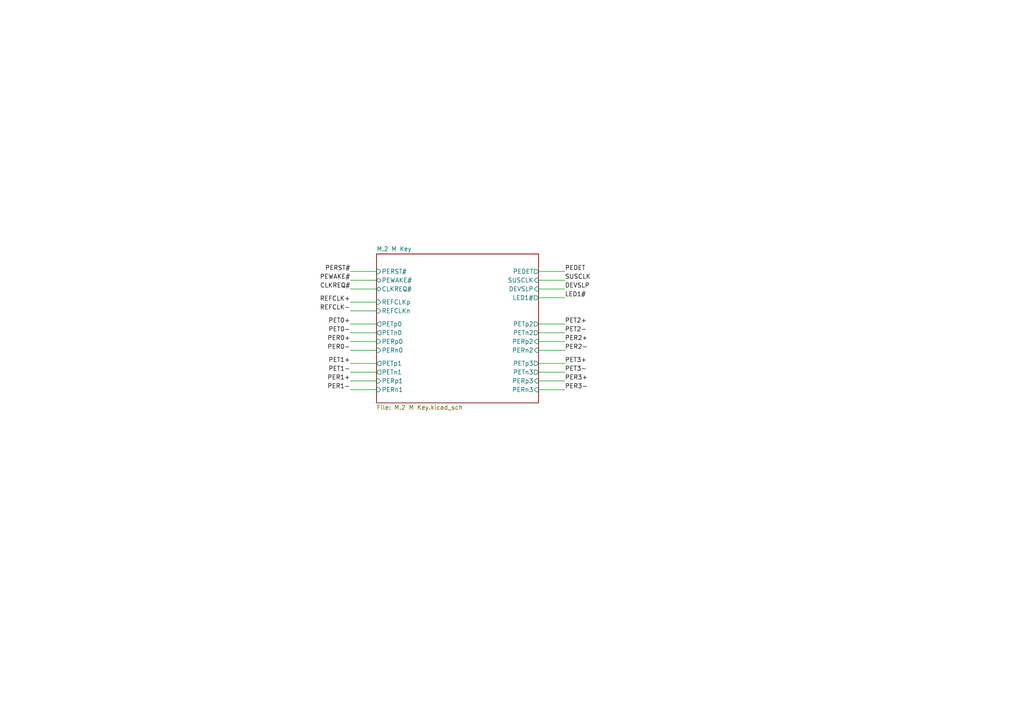
<source format=kicad_sch>
(kicad_sch
	(version 20250114)
	(generator "eeschema")
	(generator_version "9.0")
	(uuid "ffa4ea8c-f120-443b-b9ae-648b6f790dec")
	(paper "A4")
	(lib_symbols)
	(wire
		(pts
			(xy 101.6 105.41) (xy 109.22 105.41)
		)
		(stroke
			(width 0)
			(type default)
		)
		(uuid "0250415f-edb3-4813-9535-37364e85f8ea")
	)
	(wire
		(pts
			(xy 101.6 107.95) (xy 109.22 107.95)
		)
		(stroke
			(width 0)
			(type default)
		)
		(uuid "105123e2-c7b6-465a-a99a-0107aa581373")
	)
	(wire
		(pts
			(xy 156.21 107.95) (xy 163.83 107.95)
		)
		(stroke
			(width 0)
			(type default)
		)
		(uuid "138dac8f-ecbb-4d47-aa93-2e0be1053438")
	)
	(wire
		(pts
			(xy 101.6 113.03) (xy 109.22 113.03)
		)
		(stroke
			(width 0)
			(type default)
		)
		(uuid "2791f14c-8061-4def-8f61-efe2addd6572")
	)
	(wire
		(pts
			(xy 101.6 110.49) (xy 109.22 110.49)
		)
		(stroke
			(width 0)
			(type default)
		)
		(uuid "2f7d3098-b8d3-40fd-bade-24aa7febb10e")
	)
	(wire
		(pts
			(xy 101.6 93.98) (xy 109.22 93.98)
		)
		(stroke
			(width 0)
			(type default)
		)
		(uuid "38badcb6-3bf8-4568-b0aa-dfb9291fe691")
	)
	(wire
		(pts
			(xy 156.21 99.06) (xy 163.83 99.06)
		)
		(stroke
			(width 0)
			(type default)
		)
		(uuid "3bf3ea7d-1902-4288-9eed-d2f5c26c6c3c")
	)
	(wire
		(pts
			(xy 101.6 96.52) (xy 109.22 96.52)
		)
		(stroke
			(width 0)
			(type default)
		)
		(uuid "461227af-fa24-4933-99e5-3ef5f38aef65")
	)
	(wire
		(pts
			(xy 156.21 78.74) (xy 163.83 78.74)
		)
		(stroke
			(width 0)
			(type default)
		)
		(uuid "4f31db53-70bc-4fad-a051-cf19ae00fdd5")
	)
	(wire
		(pts
			(xy 101.6 101.6) (xy 109.22 101.6)
		)
		(stroke
			(width 0)
			(type default)
		)
		(uuid "50bbb06b-3ca7-4b24-b56b-2eac297977b8")
	)
	(wire
		(pts
			(xy 156.21 96.52) (xy 163.83 96.52)
		)
		(stroke
			(width 0)
			(type default)
		)
		(uuid "57b7c678-64d2-4c54-aef1-c98494db481d")
	)
	(wire
		(pts
			(xy 101.6 81.28) (xy 109.22 81.28)
		)
		(stroke
			(width 0)
			(type default)
		)
		(uuid "68cfa816-583c-4565-9f82-328716325614")
	)
	(wire
		(pts
			(xy 156.21 81.28) (xy 163.83 81.28)
		)
		(stroke
			(width 0)
			(type default)
		)
		(uuid "71793e1a-f701-46f3-a1c3-874d468b11e2")
	)
	(wire
		(pts
			(xy 156.21 101.6) (xy 163.83 101.6)
		)
		(stroke
			(width 0)
			(type default)
		)
		(uuid "87925174-d1e5-4fe4-820b-a03130627271")
	)
	(wire
		(pts
			(xy 156.21 83.82) (xy 163.83 83.82)
		)
		(stroke
			(width 0)
			(type default)
		)
		(uuid "885c2cc4-8c42-42ef-889b-394bee73d0c2")
	)
	(wire
		(pts
			(xy 156.21 105.41) (xy 163.83 105.41)
		)
		(stroke
			(width 0)
			(type default)
		)
		(uuid "9efce9a1-2b12-403a-ab44-c1117d35be1b")
	)
	(wire
		(pts
			(xy 101.6 90.17) (xy 109.22 90.17)
		)
		(stroke
			(width 0)
			(type default)
		)
		(uuid "a0fb2e3d-eb52-4ad4-b0ee-54de2f11e7c0")
	)
	(wire
		(pts
			(xy 101.6 87.63) (xy 109.22 87.63)
		)
		(stroke
			(width 0)
			(type default)
		)
		(uuid "b9b63819-3f1e-4426-a061-88a289e0312a")
	)
	(wire
		(pts
			(xy 156.21 93.98) (xy 163.83 93.98)
		)
		(stroke
			(width 0)
			(type default)
		)
		(uuid "c0baa019-1258-45fb-8ea7-155b415b83e7")
	)
	(wire
		(pts
			(xy 156.21 110.49) (xy 163.83 110.49)
		)
		(stroke
			(width 0)
			(type default)
		)
		(uuid "dadfee94-3f1f-4971-b71c-ea75af405bcc")
	)
	(wire
		(pts
			(xy 101.6 99.06) (xy 109.22 99.06)
		)
		(stroke
			(width 0)
			(type default)
		)
		(uuid "daee529c-3631-459e-a634-7e6a0bfb2778")
	)
	(wire
		(pts
			(xy 101.6 83.82) (xy 109.22 83.82)
		)
		(stroke
			(width 0)
			(type default)
		)
		(uuid "e72a98be-a093-45d7-bd76-ed0574c02122")
	)
	(wire
		(pts
			(xy 156.21 113.03) (xy 163.83 113.03)
		)
		(stroke
			(width 0)
			(type default)
		)
		(uuid "e99ce587-8a08-4538-a0fc-503abb03bfe2")
	)
	(wire
		(pts
			(xy 156.21 86.36) (xy 163.83 86.36)
		)
		(stroke
			(width 0)
			(type default)
		)
		(uuid "ea1cbd27-de68-4a92-90d9-296e22a1672e")
	)
	(wire
		(pts
			(xy 101.6 78.74) (xy 109.22 78.74)
		)
		(stroke
			(width 0)
			(type default)
		)
		(uuid "fde60848-1b1b-471e-ad3e-c6f78b6f2d34")
	)
	(label "PET1+"
		(at 101.6 105.41 180)
		(effects
			(font
				(size 1.27 1.27)
			)
			(justify right bottom)
		)
		(uuid "04f91b48-26dc-4002-9ae5-4da8a4e15c0a")
	)
	(label "PEWAKE#"
		(at 101.6 81.28 180)
		(effects
			(font
				(size 1.27 1.27)
			)
			(justify right bottom)
		)
		(uuid "054bfd38-d035-4a00-8cc4-ec33432c9ddb")
	)
	(label "CLKREQ#"
		(at 101.6 83.82 180)
		(effects
			(font
				(size 1.27 1.27)
			)
			(justify right bottom)
		)
		(uuid "0df84381-8723-4302-86f5-190aee7e703e")
	)
	(label "REFCLK-"
		(at 101.6 90.17 180)
		(effects
			(font
				(size 1.27 1.27)
			)
			(justify right bottom)
		)
		(uuid "1c2c74ed-6f4a-44cb-886b-85af719888f2")
	)
	(label "PET2-"
		(at 163.83 96.52 0)
		(effects
			(font
				(size 1.27 1.27)
			)
			(justify left bottom)
		)
		(uuid "29d932b0-6e01-47a0-a28b-f913174bd06b")
	)
	(label "PER0+"
		(at 101.6 99.06 180)
		(effects
			(font
				(size 1.27 1.27)
			)
			(justify right bottom)
		)
		(uuid "3e8a2991-98c3-4999-b5ce-08e35cf6f857")
	)
	(label "PER2+"
		(at 163.83 99.06 0)
		(effects
			(font
				(size 1.27 1.27)
			)
			(justify left bottom)
		)
		(uuid "4aa28743-8b00-401a-95bd-92909b86abbb")
	)
	(label "PET0+"
		(at 101.6 93.98 180)
		(effects
			(font
				(size 1.27 1.27)
			)
			(justify right bottom)
		)
		(uuid "4c42705d-d6f4-4092-b669-d691de3f5804")
	)
	(label "DEVSLP"
		(at 163.83 83.82 0)
		(effects
			(font
				(size 1.27 1.27)
			)
			(justify left bottom)
		)
		(uuid "4ca0d32a-e59f-4f1f-9fe1-6bf66ed74f82")
	)
	(label "PER2-"
		(at 163.83 101.6 0)
		(effects
			(font
				(size 1.27 1.27)
			)
			(justify left bottom)
		)
		(uuid "4cedfa96-ea65-4d32-b7d8-9fdfa2d41a59")
	)
	(label "SUSCLK"
		(at 163.83 81.28 0)
		(effects
			(font
				(size 1.27 1.27)
			)
			(justify left bottom)
		)
		(uuid "4e676226-e231-450f-a9b3-677cbfbb6eea")
	)
	(label "REFCLK+"
		(at 101.6 87.63 180)
		(effects
			(font
				(size 1.27 1.27)
			)
			(justify right bottom)
		)
		(uuid "566b9273-3fff-4540-b920-4535c7dd0a8e")
	)
	(label "PET2+"
		(at 163.83 93.98 0)
		(effects
			(font
				(size 1.27 1.27)
			)
			(justify left bottom)
		)
		(uuid "56798909-8aa0-4871-81f6-9f8b36488110")
	)
	(label "PER0-"
		(at 101.6 101.6 180)
		(effects
			(font
				(size 1.27 1.27)
			)
			(justify right bottom)
		)
		(uuid "7fb265ce-7630-4301-a27f-5ec185672bef")
	)
	(label "PER1-"
		(at 101.6 113.03 180)
		(effects
			(font
				(size 1.27 1.27)
			)
			(justify right bottom)
		)
		(uuid "8925b128-b14b-4793-9c07-be86aa1fa1b4")
	)
	(label "PEDET"
		(at 163.83 78.74 0)
		(effects
			(font
				(size 1.27 1.27)
			)
			(justify left bottom)
		)
		(uuid "970f2fc9-e99a-42f4-89db-114652b3224a")
	)
	(label "PET1-"
		(at 101.6 107.95 180)
		(effects
			(font
				(size 1.27 1.27)
			)
			(justify right bottom)
		)
		(uuid "9af17b35-a813-46da-baa9-9a4d347f7c22")
	)
	(label "PET0-"
		(at 101.6 96.52 180)
		(effects
			(font
				(size 1.27 1.27)
			)
			(justify right bottom)
		)
		(uuid "a17a7de1-068c-400e-9756-cc763cd53323")
	)
	(label "PER3-"
		(at 163.83 113.03 0)
		(effects
			(font
				(size 1.27 1.27)
			)
			(justify left bottom)
		)
		(uuid "afbd4fec-ca5f-490e-badd-464096e0cf9e")
	)
	(label "PER1+"
		(at 101.6 110.49 180)
		(effects
			(font
				(size 1.27 1.27)
			)
			(justify right bottom)
		)
		(uuid "b71a8d1a-db5e-4440-b098-847a933719c7")
	)
	(label "PERST#"
		(at 101.6 78.74 180)
		(effects
			(font
				(size 1.27 1.27)
			)
			(justify right bottom)
		)
		(uuid "c0ac118c-59f4-4d77-9165-f9e5d52ba001")
	)
	(label "PET3-"
		(at 163.83 107.95 0)
		(effects
			(font
				(size 1.27 1.27)
			)
			(justify left bottom)
		)
		(uuid "c423b8d6-8df3-4e58-a3f8-f729b23f4b51")
	)
	(label "PET3+"
		(at 163.83 105.41 0)
		(effects
			(font
				(size 1.27 1.27)
			)
			(justify left bottom)
		)
		(uuid "c51db19a-3176-4117-9138-d189f8fd0098")
	)
	(label "LED1#"
		(at 163.83 86.36 0)
		(effects
			(font
				(size 1.27 1.27)
			)
			(justify left bottom)
		)
		(uuid "d0491879-dc14-4b0c-ad37-a81b7e2e4004")
	)
	(label "PER3+"
		(at 163.83 110.49 0)
		(effects
			(font
				(size 1.27 1.27)
			)
			(justify left bottom)
		)
		(uuid "e2169b09-d196-4c06-93d6-0626bd22ce32")
	)
	(sheet
		(at 109.22 73.66)
		(size 46.99 43.18)
		(exclude_from_sim no)
		(in_bom yes)
		(on_board yes)
		(dnp no)
		(fields_autoplaced yes)
		(stroke
			(width 0.1524)
			(type solid)
		)
		(fill
			(color 0 0 0 0.0000)
		)
		(uuid "e76ae136-46aa-4390-a3fe-6a05f8ebf881")
		(property "Sheetname" "M.2 M Key"
			(at 109.22 72.9484 0)
			(effects
				(font
					(size 1.27 1.27)
				)
				(justify left bottom)
			)
		)
		(property "Sheetfile" "M.2 M Key.kicad_sch"
			(at 109.22 117.4246 0)
			(effects
				(font
					(size 1.27 1.27)
				)
				(justify left top)
			)
		)
		(pin "PERST#" input
			(at 109.22 78.74 180)
			(uuid "0a7640b0-de45-4f24-aad7-a1c4ac4754bc")
			(effects
				(font
					(size 1.27 1.27)
				)
				(justify left)
			)
		)
		(pin "PEWAKE#" bidirectional
			(at 109.22 81.28 180)
			(uuid "1c5d5490-1a3e-4b68-8861-68e718604c59")
			(effects
				(font
					(size 1.27 1.27)
				)
				(justify left)
			)
		)
		(pin "CLKREQ#" bidirectional
			(at 109.22 83.82 180)
			(uuid "3d5fac76-04b3-44ef-9dcd-52e5d356162c")
			(effects
				(font
					(size 1.27 1.27)
				)
				(justify left)
			)
		)
		(pin "REFCLKp" input
			(at 109.22 87.63 180)
			(uuid "30a14180-8cac-447f-83e1-5ed66d56d883")
			(effects
				(font
					(size 1.27 1.27)
				)
				(justify left)
			)
		)
		(pin "REFCLKn" input
			(at 109.22 90.17 180)
			(uuid "a1c6ff3f-247b-4f72-9a4f-4c81eb3cc560")
			(effects
				(font
					(size 1.27 1.27)
				)
				(justify left)
			)
		)
		(pin "PETp0" output
			(at 109.22 93.98 180)
			(uuid "7df33bd9-577a-4e6c-844b-a893a738a7ce")
			(effects
				(font
					(size 1.27 1.27)
				)
				(justify left)
			)
		)
		(pin "PERp0" input
			(at 109.22 99.06 180)
			(uuid "bd6b8df8-3d76-4225-b5ce-562036923ca5")
			(effects
				(font
					(size 1.27 1.27)
				)
				(justify left)
			)
		)
		(pin "PETn0" output
			(at 109.22 96.52 180)
			(uuid "79759c5c-2167-4932-b0e6-aeded1bd4fb9")
			(effects
				(font
					(size 1.27 1.27)
				)
				(justify left)
			)
		)
		(pin "PERn0" input
			(at 109.22 101.6 180)
			(uuid "62213dd2-775d-483e-921e-57fdabebf2f8")
			(effects
				(font
					(size 1.27 1.27)
				)
				(justify left)
			)
		)
		(pin "PETp1" output
			(at 109.22 105.41 180)
			(uuid "d6d61e8b-79fe-4b04-90c7-ff99b869cba8")
			(effects
				(font
					(size 1.27 1.27)
				)
				(justify left)
			)
		)
		(pin "PETn1" output
			(at 109.22 107.95 180)
			(uuid "e997d294-ae52-4804-bf58-60d6061f7350")
			(effects
				(font
					(size 1.27 1.27)
				)
				(justify left)
			)
		)
		(pin "PERn1" input
			(at 109.22 113.03 180)
			(uuid "bdf9270e-9b19-40ea-b21b-7d42fefcac54")
			(effects
				(font
					(size 1.27 1.27)
				)
				(justify left)
			)
		)
		(pin "PERp1" input
			(at 109.22 110.49 180)
			(uuid "f9c37af9-f79e-4f3f-aacc-f11e27256b48")
			(effects
				(font
					(size 1.27 1.27)
				)
				(justify left)
			)
		)
		(pin "PETn2" output
			(at 156.21 96.52 0)
			(uuid "9cb35151-11c8-43e2-993b-37c68a9c17a7")
			(effects
				(font
					(size 1.27 1.27)
				)
				(justify right)
			)
		)
		(pin "PETp2" output
			(at 156.21 93.98 0)
			(uuid "83913345-d940-4012-a962-5b89959d23db")
			(effects
				(font
					(size 1.27 1.27)
				)
				(justify right)
			)
		)
		(pin "PERp2" input
			(at 156.21 99.06 0)
			(uuid "f0961ebf-ae2c-41ff-bd30-ef1a67a26963")
			(effects
				(font
					(size 1.27 1.27)
				)
				(justify right)
			)
		)
		(pin "PERn2" input
			(at 156.21 101.6 0)
			(uuid "dd7bca7c-1617-4533-b04b-8b244064223b")
			(effects
				(font
					(size 1.27 1.27)
				)
				(justify right)
			)
		)
		(pin "PETp3" output
			(at 156.21 105.41 0)
			(uuid "e7a4e385-2cfa-45de-99f6-5d38506d9ec7")
			(effects
				(font
					(size 1.27 1.27)
				)
				(justify right)
			)
		)
		(pin "PETn3" output
			(at 156.21 107.95 0)
			(uuid "5f073434-b4d0-4b9f-98fa-047afa3df71d")
			(effects
				(font
					(size 1.27 1.27)
				)
				(justify right)
			)
		)
		(pin "PERn3" input
			(at 156.21 113.03 0)
			(uuid "416d4bb6-3f58-4bdc-8dd2-83f10e1bd1ad")
			(effects
				(font
					(size 1.27 1.27)
				)
				(justify right)
			)
		)
		(pin "PERp3" input
			(at 156.21 110.49 0)
			(uuid "2b89cf76-b55d-462a-81b7-bf22d1d411a7")
			(effects
				(font
					(size 1.27 1.27)
				)
				(justify right)
			)
		)
		(pin "PEDET" output
			(at 156.21 78.74 0)
			(uuid "7895dbc9-521b-4017-beab-447ec2abffa9")
			(effects
				(font
					(size 1.27 1.27)
				)
				(justify right)
			)
		)
		(pin "SUSCLK" input
			(at 156.21 81.28 0)
			(uuid "204849d1-d55e-4399-88ec-5366a38934a8")
			(effects
				(font
					(size 1.27 1.27)
				)
				(justify right)
			)
		)
		(pin "DEVSLP" input
			(at 156.21 83.82 0)
			(uuid "d55ab1aa-556b-41d9-9f4b-2a1ba9a29607")
			(effects
				(font
					(size 1.27 1.27)
				)
				(justify right)
			)
		)
		(pin "LED1#" output
			(at 156.21 86.36 0)
			(uuid "36782988-ee96-4e58-9c8b-f4ca7cb22234")
			(effects
				(font
					(size 1.27 1.27)
				)
				(justify right)
			)
		)
		(instances
			(project "M.2 M Key 2242"
				(path "/ffa4ea8c-f120-443b-b9ae-648b6f790dec"
					(page "2")
				)
			)
		)
	)
	(sheet_instances
		(path "/"
			(page "1")
		)
	)
	(embedded_fonts no)
)

</source>
